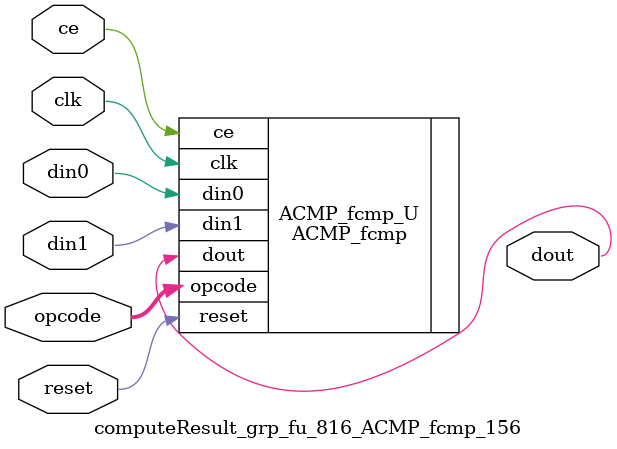
<source format=v>

`timescale 1 ns / 1 ps
module computeResult_grp_fu_816_ACMP_fcmp_156(
    clk,
    reset,
    ce,
    din0,
    din1,
    opcode,
    dout);

parameter ID = 32'd1;
parameter NUM_STAGE = 32'd1;
parameter din0_WIDTH = 32'd1;
parameter din1_WIDTH = 32'd1;
parameter dout_WIDTH = 32'd1;
input clk;
input reset;
input ce;
input[din0_WIDTH - 1:0] din0;
input[din1_WIDTH - 1:0] din1;
input[5 - 1:0] opcode;
output[dout_WIDTH - 1:0] dout;



ACMP_fcmp #(
.ID( ID ),
.NUM_STAGE( 3 ),
.din0_WIDTH( din0_WIDTH ),
.din1_WIDTH( din1_WIDTH ),
.dout_WIDTH( dout_WIDTH ))
ACMP_fcmp_U(
    .clk( clk ),
    .reset( reset ),
    .ce( ce ),
    .din0( din0 ),
    .din1( din1 ),
    .dout( dout ),
    .opcode( opcode ));

endmodule

</source>
